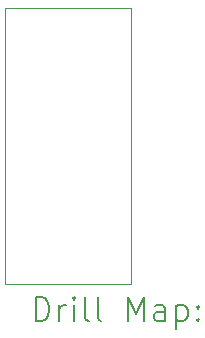
<source format=gbr>
%TF.GenerationSoftware,KiCad,Pcbnew,8.0.4*%
%TF.CreationDate,2024-10-30T15:47:25+01:00*%
%TF.ProjectId,VQFN16-Breakout,5651464e-3136-42d4-9272-65616b6f7574,rev?*%
%TF.SameCoordinates,Original*%
%TF.FileFunction,Drillmap*%
%TF.FilePolarity,Positive*%
%FSLAX45Y45*%
G04 Gerber Fmt 4.5, Leading zero omitted, Abs format (unit mm)*
G04 Created by KiCad (PCBNEW 8.0.4) date 2024-10-30 15:47:25*
%MOMM*%
%LPD*%
G01*
G04 APERTURE LIST*
%ADD10C,0.050000*%
%ADD11C,0.200000*%
G04 APERTURE END LIST*
D10*
X11531600Y-6197600D02*
X12598400Y-6197600D01*
X12598400Y-8534400D01*
X11531600Y-8534400D01*
X11531600Y-6197600D01*
D11*
X11789877Y-8848384D02*
X11789877Y-8648384D01*
X11789877Y-8648384D02*
X11837496Y-8648384D01*
X11837496Y-8648384D02*
X11866067Y-8657908D01*
X11866067Y-8657908D02*
X11885115Y-8676955D01*
X11885115Y-8676955D02*
X11894639Y-8696003D01*
X11894639Y-8696003D02*
X11904162Y-8734098D01*
X11904162Y-8734098D02*
X11904162Y-8762670D01*
X11904162Y-8762670D02*
X11894639Y-8800765D01*
X11894639Y-8800765D02*
X11885115Y-8819812D01*
X11885115Y-8819812D02*
X11866067Y-8838860D01*
X11866067Y-8838860D02*
X11837496Y-8848384D01*
X11837496Y-8848384D02*
X11789877Y-8848384D01*
X11989877Y-8848384D02*
X11989877Y-8715050D01*
X11989877Y-8753146D02*
X11999401Y-8734098D01*
X11999401Y-8734098D02*
X12008924Y-8724574D01*
X12008924Y-8724574D02*
X12027972Y-8715050D01*
X12027972Y-8715050D02*
X12047020Y-8715050D01*
X12113686Y-8848384D02*
X12113686Y-8715050D01*
X12113686Y-8648384D02*
X12104162Y-8657908D01*
X12104162Y-8657908D02*
X12113686Y-8667431D01*
X12113686Y-8667431D02*
X12123210Y-8657908D01*
X12123210Y-8657908D02*
X12113686Y-8648384D01*
X12113686Y-8648384D02*
X12113686Y-8667431D01*
X12237496Y-8848384D02*
X12218448Y-8838860D01*
X12218448Y-8838860D02*
X12208924Y-8819812D01*
X12208924Y-8819812D02*
X12208924Y-8648384D01*
X12342258Y-8848384D02*
X12323210Y-8838860D01*
X12323210Y-8838860D02*
X12313686Y-8819812D01*
X12313686Y-8819812D02*
X12313686Y-8648384D01*
X12570829Y-8848384D02*
X12570829Y-8648384D01*
X12570829Y-8648384D02*
X12637496Y-8791241D01*
X12637496Y-8791241D02*
X12704162Y-8648384D01*
X12704162Y-8648384D02*
X12704162Y-8848384D01*
X12885115Y-8848384D02*
X12885115Y-8743622D01*
X12885115Y-8743622D02*
X12875591Y-8724574D01*
X12875591Y-8724574D02*
X12856543Y-8715050D01*
X12856543Y-8715050D02*
X12818448Y-8715050D01*
X12818448Y-8715050D02*
X12799401Y-8724574D01*
X12885115Y-8838860D02*
X12866067Y-8848384D01*
X12866067Y-8848384D02*
X12818448Y-8848384D01*
X12818448Y-8848384D02*
X12799401Y-8838860D01*
X12799401Y-8838860D02*
X12789877Y-8819812D01*
X12789877Y-8819812D02*
X12789877Y-8800765D01*
X12789877Y-8800765D02*
X12799401Y-8781717D01*
X12799401Y-8781717D02*
X12818448Y-8772193D01*
X12818448Y-8772193D02*
X12866067Y-8772193D01*
X12866067Y-8772193D02*
X12885115Y-8762670D01*
X12980353Y-8715050D02*
X12980353Y-8915050D01*
X12980353Y-8724574D02*
X12999401Y-8715050D01*
X12999401Y-8715050D02*
X13037496Y-8715050D01*
X13037496Y-8715050D02*
X13056543Y-8724574D01*
X13056543Y-8724574D02*
X13066067Y-8734098D01*
X13066067Y-8734098D02*
X13075591Y-8753146D01*
X13075591Y-8753146D02*
X13075591Y-8810289D01*
X13075591Y-8810289D02*
X13066067Y-8829336D01*
X13066067Y-8829336D02*
X13056543Y-8838860D01*
X13056543Y-8838860D02*
X13037496Y-8848384D01*
X13037496Y-8848384D02*
X12999401Y-8848384D01*
X12999401Y-8848384D02*
X12980353Y-8838860D01*
X13161305Y-8829336D02*
X13170829Y-8838860D01*
X13170829Y-8838860D02*
X13161305Y-8848384D01*
X13161305Y-8848384D02*
X13151782Y-8838860D01*
X13151782Y-8838860D02*
X13161305Y-8829336D01*
X13161305Y-8829336D02*
X13161305Y-8848384D01*
X13161305Y-8724574D02*
X13170829Y-8734098D01*
X13170829Y-8734098D02*
X13161305Y-8743622D01*
X13161305Y-8743622D02*
X13151782Y-8734098D01*
X13151782Y-8734098D02*
X13161305Y-8724574D01*
X13161305Y-8724574D02*
X13161305Y-8743622D01*
M02*

</source>
